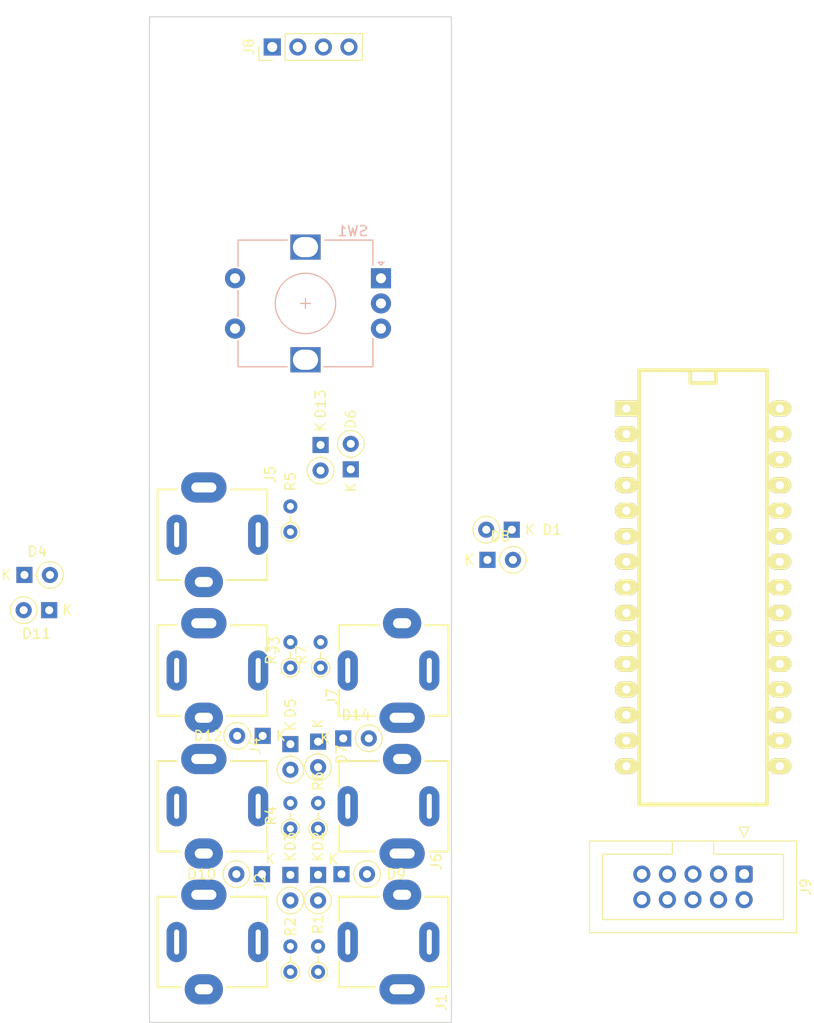
<source format=kicad_pcb>
(kicad_pcb (version 20211014) (generator pcbnew)
  (layers (0 "F.Cu" signal) (31 "B.Cu" signal) (34 "B.Paste" user) (35 "F.Paste" user) (36 "B.SilkS" user "B.Silkscreen") (37 "F.SilkS" user "F.Silkscreen") (38 "B.Mask" user) (39 "F.Mask" user) (44 "Edge.Cuts" user))
  (net 0 "")
  (net 1 "+5V")
  (net 2 "Net-(D1-Pad2)")
  (net 3 "Net-(D2-Pad2)")
  (net 4 "Net-(D10-Pad1)")
  (net 5 "Net-(D11-Pad1)")
  (net 6 "Net-(D12-Pad1)")
  (net 7 "Net-(D13-Pad1)")
  (net 8 "Net-(D14-Pad1)")
  (net 9 "GND")
  (net 10 "Net-(J1-PadT)")
  (net 12 "Net-(J2-PadT)")
  (net 14 "Net-(J3-PadT)")
  (net 16 "Net-(J4-PadT)")
  (net 18 "Net-(J5-PadT)")
  (net 20 "Net-(J6-PadT)")
  (net 22 "Net-(J7-PadT)")
  (net 24 "Net-(J8-Pad3)")
  (net 25 "Net-(J8-Pad4)")
  (net 26 "-12V")
  (net 27 "+12V")
  (net 28 "/P2")
  (net 29 "/P3")
  (net 30 "/P4")
  (net 31 "+3V3")
  (footprint "Diode_THT:D_DO-35_SOD27_P2.54mm_Vertical_KathodeUp" (layer "F.Cu") (at 226.75 120.324314 -90)
    (fp_text reference "D2" (at -3.324314 0 90) (layer "F.SilkS"))
    (fp_text value "BAT41")
    (fp_text user "K" (at -1.8 0 90) (layer "F.SilkS"))
    (fp_line (start 1.213629 0) (end 1.1 0) (layer "F.SilkS") (width 0.12))
    (fp_circle (center 2.54 0) (end 3.866371 0) (layer "F.SilkS") (width 0.12) (fill none))
    (pad "1" thru_hole rect (at 0 0 270) (size 1.6 1.6) (drill 0.8) (layers *.Cu *.Mask) (net 1 "+5V"))
    (pad "2" thru_hole oval (at 2.54 0 270) (size 1.6 1.6) (drill 0.8) (layers *.Cu *.Mask) (net 3 "Net-(D2-Pad2)"))
  )
  (footprint "Diode_THT:D_DO-35_SOD27_P2.54mm_Vertical_KathodeUp" (layer "F.Cu") (at 197.574315 90.5)
    (fp_text reference "D4" (at 1.27 -2.326371) (layer "F.SilkS"))
    (fp_text value "BAT41")
    (fp_text user "K" (at -1.8 0) (layer "F.SilkS"))
    (fp_line (start 1.213629 0) (end 1.1 0) (layer "F.SilkS") (width 0.12))
    (fp_circle (center 2.54 0) (end 3.866371 0) (layer "F.SilkS") (width 0.12) (fill none))
    (pad "1" thru_hole rect (at 0 0) (size 1.6 1.6) (drill 0.8) (layers *.Cu *.Mask) (net 1 "+5V"))
    (pad "2" thru_hole oval (at 2.54 0) (size 1.6 1.6) (drill 0.8) (layers *.Cu *.Mask) (net 5 "Net-(D11-Pad1)"))
  )
  (footprint "Diode_THT:D_DO-35_SOD27_P2.54mm_Vertical_KathodeUp" (layer "F.Cu") (at 230 80 90)
    (fp_text reference "D6" (at 5 0 90) (layer "F.SilkS"))
    (fp_text value "BAT41")
    (fp_text user "K" (at -1.8 0 90) (layer "F.SilkS"))
    (fp_line (start 1.213629 0) (end 1.1 0) (layer "F.SilkS") (width 0.12))
    (fp_circle (center 2.54 0) (end 3.866371 0) (layer "F.SilkS") (width 0.12) (fill none))
    (pad "1" thru_hole rect (at 0 0 90) (size 1.6 1.6) (drill 0.8) (layers *.Cu *.Mask) (net 1 "+5V"))
    (pad "2" thru_hole oval (at 2.54 0 90) (size 1.6 1.6) (drill 0.8) (layers *.Cu *.Mask) (net 7 "Net-(D13-Pad1)"))
  )
  (footprint "LandBoards_BoardOutlines:arduino_mini" (layer "F.Cu") (at 265 93 -90)
    (fp_text reference "U1" hide)
    (fp_text value "arduino_nano" hide)
    (fp_line (start 20.32 -6.35) (end 20.32 6.35) (layer "F.SilkS") (width 0.381))
    (fp_line (start -21.59 -1.27) (end -22.86 -1.27) (layer "F.SilkS") (width 0.381))
    (fp_line (start -22.86 -6.35) (end 20.32 -6.35) (layer "F.SilkS") (width 0.381))
    (fp_line (start -22.86 1.27) (end -21.59 1.27) (layer "F.SilkS") (width 0.381))
    (fp_line (start -21.59 1.27) (end -21.59 -1.27) (layer "F.SilkS") (width 0.381))
    (fp_line (start -22.86 6.35) (end -22.86 -6.35) (layer "F.SilkS") (width 0.381))
    (fp_line (start 20.32 6.35) (end -22.86 6.35) (layer "F.SilkS") (width 0.381))
    (pad "1" thru_hole rect (at -19.05 7.62 270) (size 1.5748 2.286) (drill 0.8128) (layers *.Cu *.Mask "F.SilkS") (net 3 "Net-(D2-Pad2)"))
    (pad "2" thru_hole oval (at -16.51 7.62 270) (size 1.5748 2.286) (drill 0.8128) (layers *.Cu *.Mask "F.SilkS") (net 31 "+3V3"))
    (pad "3" thru_hole oval (at -13.97 7.62 270) (size 1.5748 2.286) (drill 0.8128) (layers *.Cu *.Mask "F.SilkS"))
    (pad "4" thru_hole oval (at -11.43 7.62 270) (size 1.5748 2.286) (drill 0.8128) (layers *.Cu *.Mask "F.SilkS"))
    (pad "5" thru_hole oval (at -8.89 7.62 270) (size 1.5748 2.286) (drill 0.8128) (layers *.Cu *.Mask "F.SilkS"))
    (pad "6" thru_hole oval (at -6.35 7.62 270) (size 1.5748 2.286) (drill 0.8128) (layers *.Cu *.Mask "F.SilkS"))
    (pad "7" thru_hole oval (at -3.81 7.62 270) (size 1.5748 2.286) (drill 0.8128) (layers *.Cu *.Mask "F.SilkS"))
    (pad "8" thru_hole oval (at -1.27 7.62 270) (size 1.5748 2.286) (drill 0.8128) (layers *.Cu *.Mask "F.SilkS") (net 24 "Net-(J8-Pad3)"))
    (pad "9" thru_hole oval (at 1.27 7.62 270) (size 1.5748 2.286) (drill 0.8128) (layers *.Cu *.Mask "F.SilkS") (net 25 "Net-(J8-Pad4)"))
    (pad "10" thru_hole oval (at 3.81 7.62 270) (size 1.5748 2.286) (drill 0.8128) (layers *.Cu *.Mask "F.SilkS"))
    (pad "11" thru_hole oval (at 6.35 7.62 270) (size 1.5748 2.286) (drill 0.8128) (layers *.Cu *.Mask "F.SilkS"))
    (pad "12" thru_hole oval (at 8.89 7.62 270) (size 1.5748 2.286) (drill 0.8128) (layers *.Cu *.Mask "F.SilkS") (net 1 "+5V"))
    (pad "13" thru_hole oval (at 11.43 7.62 270) (size 1.5748 2.286) (drill 0.8128) (layers *.Cu *.Mask "F.SilkS"))
    (pad "14" thru_hole oval (at 13.97 7.62 270) (size 1.5748 2.286) (drill 0.8128) (layers *.Cu *.Mask "F.SilkS") (net 9 "GND"))
    (pad "15" thru_hole oval (at 16.51 7.62 270) (size 1.5748 2.286) (drill 0.8128) (layers *.Cu *.Mask "F.SilkS") (net 27 "+12V"))
    (pad "16" thru_hole oval (at 16.51 -7.62 270) (size 1.5748 2.286) (drill 0.8128) (layers *.Cu *.Mask "F.SilkS"))
    (pad "17" thru_hole oval (at 13.97 -7.62 270) (size 1.5748 2.286) (drill 0.8128) (layers *.Cu *.Mask "F.SilkS"))
    (pad "18" thru_hole oval (at 11.43 -7.62 270) (size 1.5748 2.286) (drill 0.8128) (layers *.Cu *.Mask "F.SilkS"))
    (pad "19" thru_hole oval (at 8.89 -7.62 270) (size 1.5748 2.286) (drill 0.8128) (layers *.Cu *.Mask "F.SilkS") (net 9 "GND"))
    (pad "20" thru_hole oval (at 6.35 -7.62 270) (size 1.5748 2.286) (drill 0.8128) (layers *.Cu *.Mask "F.SilkS") (net 28 "/P2"))
    (pad "21" thru_hole oval (at 3.81 -7.62 270) (size 1.5748 2.286) (drill 0.8128) (layers *.Cu *.Mask "F.SilkS") (net 29 "/P3"))
    (pad "22" thru_hole oval (at 1.27 -7.62 270) (size 1.5748 2.286) (drill 0.8128) (layers *.Cu *.Mask "F.SilkS") (net 30 "/P4"))
    (pad "23" thru_hole oval (at -1.27 -7.62 270) (size 1.5748 2.286) (drill 0.8128) (layers *.Cu *.Mask "F.SilkS") (net 2 "Net-(D1-Pad2)"))
    (pad "24" thru_hole oval (at -3.81 -7.62 270) (size 1.5748 2.286) (drill 0.8128) (layers *.Cu *.Mask "F.SilkS") (net 8 "Net-(D14-Pad1)"))
    (pad "25" thru_hole oval (at -6.35 -7.62 270) (size 1.5748 2.286) (drill 0.8128) (layers *.Cu *.Mask "F.SilkS") (net 7 "Net-(D13-Pad1)"))
    (pad "26" thru_hole oval (at -8.89 -7.62 270) (size 1.5748 2.286) (drill 0.8128) (layers *.Cu *.Mask "F.SilkS") (net 6 "Net-(D12-Pad1)"))
    (pad "27" thru_hole oval (at -11.43 -7.62 270) (size 1.5748 2.286) (drill 0.8128) (layers *.Cu *.Mask "F.SilkS") (net 5 "Net-(D11-Pad1)"))
    (pad "28" thru_hole oval (at -13.97 -7.62 270) (size 1.5748 2.286) (drill 0.8128) (layers *.Cu *.Mask "F.SilkS") (net 4 "Net-(D10-Pad1)"))
    (pad "29" thru_hole oval (at -16.51 -7.62 270) (size 1.5748 2.286) (drill 0.8128) (layers *.Cu *.Mask "F.SilkS"))
    (pad "30" thru_hole oval (at -19.05 -7.62 270) (size 1.5748 2.286) (drill 0.8128) (layers *.Cu *.Mask "F.SilkS"))
  )
  (footprint "AudioJacks:Jack_3.5mm_QingPu_WQP-PJ301BM_Vertical" (layer "F.Cu") (at 234.5 113.5 90)
    (fp_text reference "J6" (at -5.5 4 90) (layer "F.SilkS"))
    (fp_text value "PJ-301BM")
    (fp_line (start -4.5 -5.7) (end -2 -5.7) (layer "F.SilkS") (width 0.2))
    (fp_line (start -4.5 5.2) (end 4.5 5.2) (layer "F.SilkS") (width 0.2))
    (fp_line (start 4.5 -5.7) (end 2 -5.7) (layer "F.SilkS") (width 0.2))
    (fp_line (start 4.5 5.2) (end 4.5 2.9) (layer "F.SilkS") (width 0.2))
    (fp_line (start 4.5 -5.7) (end 4.5 -1.7) (layer "F.SilkS") (width 0.2))
    (fp_line (start -4.5 5.2) (end -4.5 3.3) (layer "F.SilkS") (width 0.2))
    (fp_line (start -4.5 -5.7) (end -4.5 -2.1) (layer "F.SilkS") (width 0.2))
    (pad "S" thru_hole oval locked (at 4.7 0.6 180) (size 3.8 3) (drill oval 1.8 1) (layers *.Cu *.Mask) (net 9 "GND"))
    (pad "S" thru_hole oval locked (at -4.7 0.6 180) (size 4.5 3) (drill oval 2.5 1) (layers *.Cu *.Mask) (net 9 "GND"))
    (pad "T" thru_hole oval locked (at 0 -4.8 90) (size 4 2) (drill oval 2.5 0.5) (layers *.Cu *.Mask) (net 20 "Net-(J6-PadT)"))
    (pad "TN" thru_hole oval locked (at 0 3.3 90) (size 4 2) (drill oval 2.5 0.5) (layers *.Cu *.Mask))
  )
  (footprint "Resistor_THT:R_Axial_DIN0204_L3.6mm_D1.6mm_P2.54mm_Vertical" (layer "F.Cu") (at 224 115.72 90)
    (fp_text reference "R4" (at 1.27 -1.92 90) (layer "F.SilkS"))
    (fp_text value "470")
    (fp_line (start 0.92 0) (end 1.54 0) (layer "F.SilkS") (width 0.12))
    (fp_circle (center 0 0) (end 0.92 0) (layer "F.SilkS") (width 0.12) (fill none))
    (pad "1" thru_hole circle (at 0 0 90) (size 1.4 1.4) (drill 0.7) (layers *.Cu *.Mask) (net 16 "Net-(J4-PadT)"))
    (pad "2" thru_hole oval (at 2.54 0 90) (size 1.4 1.4) (drill 0.7) (layers *.Cu *.Mask) (net 6 "Net-(D12-Pad1)"))
  )
  (footprint "Resistor_THT:R_Axial_DIN0204_L3.6mm_D1.6mm_P2.54mm_Vertical" (layer "F.Cu") (at 226.75 129.97 90)
    (fp_text reference "R1" (at 4.72 0 90) (layer "F.SilkS"))
    (fp_text value "470")
    (fp_line (start 0.92 0) (end 1.54 0) (layer "F.SilkS") (width 0.12))
    (fp_circle (center 0 0) (end 0.92 0) (layer "F.SilkS") (width 0.12) (fill none))
    (pad "1" thru_hole circle (at 0 0 90) (size 1.4 1.4) (drill 0.7) (layers *.Cu *.Mask) (net 10 "Net-(J1-PadT)"))
    (pad "2" thru_hole oval (at 2.54 0 90) (size 1.4 1.4) (drill 0.7) (layers *.Cu *.Mask) (net 3 "Net-(D2-Pad2)"))
  )
  (footprint "Diode_THT:D_DO-35_SOD27_P2.54mm_Vertical_KathodeUp" (layer "F.Cu") (at 229.074315 120.25)
    (fp_text reference "D9" (at 5.425685 0) (layer "F.SilkS"))
    (fp_text value "BAT41")
    (fp_text user "K" (at -0.824314 -1.5) (layer "F.SilkS"))
    (fp_line (start 1.213629 0) (end 1.1 0) (layer "F.SilkS") (width 0.12))
    (fp_circle (center 2.54 0) (end 3.866371 0) (layer "F.SilkS") (width 0.12) (fill none))
    (pad "1" thru_hole rect (at 0 0) (size 1.6 1.6) (drill 0.8) (layers *.Cu *.Mask) (net 3 "Net-(D2-Pad2)"))
    (pad "2" thru_hole oval (at 2.54 0) (size 1.6 1.6) (drill 0.8) (layers *.Cu *.Mask) (net 9 "GND"))
  )
  (footprint "Diode_THT:D_DO-35_SOD27_P2.54mm_Vertical_KathodeUp" (layer "F.Cu") (at 224 120.324315 -90)
    (fp_text reference "D3" (at -3.324315 0 90) (layer "F.SilkS"))
    (fp_text value "BAT41")
    (fp_text user "K" (at -1.8 0 90) (layer "F.SilkS"))
    (fp_line (start 1.213629 0) (end 1.1 0) (layer "F.SilkS") (width 0.12))
    (fp_circle (center 2.54 0) (end 3.866371 0) (layer "F.SilkS") (width 0.12) (fill none))
    (pad "1" thru_hole rect (at 0 0 270) (size 1.6 1.6) (drill 0.8) (layers *.Cu *.Mask) (net 1 "+5V"))
    (pad "2" thru_hole oval (at 2.54 0 270) (size 1.6 1.6) (drill 0.8) (layers *.Cu *.Mask) (net 4 "Net-(D10-Pad1)"))
  )
  (footprint "Diode_THT:D_DO-35_SOD27_P2.54mm_Vertical_KathodeUp" (layer "F.Cu") (at 221.25 106.5 180)
    (fp_text reference "D12" (at 5.425686 0) (layer "F.SilkS"))
    (fp_text value "BAT41")
    (fp_text user "K" (at -1.8 0) (layer "F.SilkS"))
    (fp_line (start 1.213629 0) (end 1.1 0) (layer "F.SilkS") (width 0.12))
    (fp_circle (center 2.54 0) (end 3.866371 0) (layer "F.SilkS") (width 0.12) (fill none))
    (pad "1" thru_hole rect (at 0 0 180) (size 1.6 1.6) (drill 0.8) (layers *.Cu *.Mask) (net 6 "Net-(D12-Pad1)"))
    (pad "2" thru_hole oval (at 2.54 0 180) (size 1.6 1.6) (drill 0.8) (layers *.Cu *.Mask) (net 9 "GND"))
  )
  (footprint "Diode_THT:D_DO-35_SOD27_P2.54mm_Vertical_KathodeUp" (layer "F.Cu") (at 224 107.324315 -90)
    (fp_text reference "D5" (at -3.574315 0 90) (layer "F.SilkS"))
    (fp_text value "BAT41")
    (fp_text user "K" (at -1.8 0 90) (layer "F.SilkS"))
    (fp_line (start 1.213629 0) (end 1.1 0) (layer "F.SilkS") (width 0.12))
    (fp_circle (center 2.54 0) (end 3.866371 0) (layer "F.SilkS") (width 0.12) (fill none))
    (pad "1" thru_hole rect (at 0 0 270) (size 1.6 1.6) (drill 0.8) (layers *.Cu *.Mask) (net 1 "+5V"))
    (pad "2" thru_hole oval (at 2.54 0 270) (size 1.6 1.6) (drill 0.8) (layers *.Cu *.Mask) (net 6 "Net-(D12-Pad1)"))
  )
  (footprint "Resistor_THT:R_Axial_DIN0204_L3.6mm_D1.6mm_P2.54mm_Vertical" (layer "F.Cu") (at 227 99.72 90)
    (fp_text reference "R7" (at 1.27 -1.92 90) (layer "F.SilkS"))
    (fp_text value "470")
    (fp_line (start 0.92 0) (end 1.54 0) (layer "F.SilkS") (width 0.12))
    (fp_circle (center 0 0) (end 0.92 0) (layer "F.SilkS") (width 0.12) (fill none))
    (pad "1" thru_hole circle (at 0 0 90) (size 1.4 1.4) (drill 0.7) (layers *.Cu *.Mask) (net 22 "Net-(J7-PadT)"))
    (pad "2" thru_hole oval (at 2.54 0 90) (size 1.4 1.4) (drill 0.7) (layers *.Cu *.Mask) (net 2 "Net-(D1-Pad2)"))
  )
  (footprint "AudioJacks:Jack_3.5mm_QingPu_WQP-PJ301BM_Vertical" (layer "F.Cu") (at 234.5 127 90)
    (fp_text reference "J1" (at -6 4.5 90) (layer "F.SilkS"))
    (fp_text value "PJ-301BM")
    (fp_line (start 4.5 5.2) (end 4.5 2.9) (layer "F.SilkS") (width 0.2))
    (fp_line (start -4.5 -5.7) (end -2 -5.7) (layer "F.SilkS") (width 0.2))
    (fp_line (start -4.5 5.2) (end 4.5 5.2) (layer "F.SilkS") (width 0.2))
    (fp_line (start 4.5 -5.7) (end 4.5 -1.7) (layer "F.SilkS") (width 0.2))
    (fp_line (start 4.5 -5.7) (end 2 -5.7) (layer "F.SilkS") (width 0.2))
    (fp_line (start -4.5 -5.7) (end -4.5 -2.1) (layer "F.SilkS") (width 0.2))
    (fp_line (start -4.5 5.2) (end -4.5 3.3) (layer "F.SilkS") (width 0.2))
    (pad "S" thru_hole oval locked (at 4.7 0.6 180) (size 3.8 3) (drill oval 1.8 1) (layers *.Cu *.Mask) (net 9 "GND"))
    (pad "S" thru_hole oval locked (at -4.7 0.6 180) (size 4.5 3) (drill oval 2.5 1) (layers *.Cu *.Mask) (net 9 "GND"))
    (pad "T" thru_hole oval locked (at 0 -4.8 90) (size 4 2) (drill oval 2.5 0.5) (layers *.Cu *.Mask) (net 10 "Net-(J1-PadT)"))
    (pad "TN" thru_hole oval locked (at 0 3.3 90) (size 4 2) (drill oval 2.5 0.5) (layers *.Cu *.Mask))
  )
  (footprint "AudioJacks:Jack_3.5mm_QingPu_WQP-PJ301BM_Vertical" (layer "F.Cu") (at 216 86.5 -90)
    (fp_text reference "J5" (at -6 -6 90) (layer "F.SilkS"))
    (fp_text value "PJ-301BM")
    (fp_line (start 4.5 5.2) (end 4.5 2.9) (layer "F.SilkS") (width 0.2))
    (fp_line (start 4.5 -5.7) (end 4.5 -1.7) (layer "F.SilkS") (width 0.2))
    (fp_line (start 4.5 -5.7) (end 2 -5.7) (layer "F.SilkS") (width 0.2))
    (fp_line (start -4.5 -5.7) (end -2 -5.7) (layer "F.SilkS") (width 0.2))
    (fp_line (start -4.5 5.2) (end -4.5 3.3) (layer "F.SilkS") (width 0.2))
    (fp_line (start -4.5 -5.7) (end -4.5 -2.1) (layer "F.SilkS") (width 0.2))
    (fp_line (start -4.5 5.2) (end 4.5 5.2) (layer "F.SilkS") (width 0.2))
    (pad "S" thru_hole oval locked (at 4.7 0.6) (size 3.8 3) (drill oval 1.8 1) (layers *.Cu *.Mask) (net 9 "GND"))
    (pad "S" thru_hole oval locked (at -4.7 0.6) (size 4.5 3) (drill oval 2.5 1) (layers *.Cu *.Mask) (net 9 "GND"))
    (pad "T" thru_hole oval locked (at 0 -4.8 270) (size 4 2) (drill oval 2.5 0.5) (layers *.Cu *.Mask) (net 18 "Net-(J5-PadT)"))
    (pad "TN" thru_hole oval locked (at 0 3.3 270) (size 4 2) (drill oval 2.5 0.5) (layers *.Cu *.Mask))
  )
  (footprint "AudioJacks:Jack_3.5mm_QingPu_WQP-PJ301BM_Vertical" (layer "F.Cu") (at 216 100 -90)
    (fp_text reference "J3" (at -2.6 -6.4 90) (layer "F.SilkS"))
    (fp_text value "PJ-301BM")
    (fp_line (start -4.5 -5.7) (end -4.5 -2.1) (layer "F.SilkS") (width 0.2))
    (fp_line (start 4.5 5.2) (end 4.5 2.9) (layer "F.SilkS") (width 0.2))
    (fp_line (start -4.5 5.2) (end -4.5 3.3) (layer "F.SilkS") (width 0.2))
    (fp_line (start 4.5 -5.7) (end 2 -5.7) (layer "F.SilkS") (width 0.2))
    (fp_line (start -4.5 5.2) (end 4.5 5.2) (layer "F.SilkS") (width 0.2))
    (fp_line (start -4.5 -5.7) (end -2 -5.7) (layer "F.SilkS") (width 0.2))
    (fp_line (start 4.5 -5.7) (end 4.5 -1.7) (layer "F.SilkS") (width 0.2))
    (pad "S" thru_hole oval locked (at 4.7 0.6) (size 3.8 3) (drill oval 1.8 1) (layers *.Cu *.Mask) (net 9 "GND"))
    (pad "S" thru_hole oval locked (at -4.7 0.6) (size 4.5 3) (drill oval 2.5 1) (layers *.Cu *.Mask) (net 9 "GND"))
    (pad "T" thru_hole oval locked (at 0 -4.8 270) (size 4 2) (drill oval 2.5 0.5) (layers *.Cu *.Mask) (net 14 "Net-(J3-PadT)"))
    (pad "TN" thru_hole oval locked (at 0 3.3 270) (size 4 2) (drill oval 2.5 0.5) (layers *.Cu *.Mask))
  )
  (footprint "Connector_PinHeader_2.54mm:PinHeader_1x04_P2.54mm_Vertical" (layer "F.Cu") (at 222.2 38 90)
    (fp_text reference "J8" (at 0 -2.33 90) (layer "F.SilkS"))
    (fp_text value "Conn_01x04")
    (fp_line (start -1.33 1.27) (end 1.33 1.27) (layer "F.SilkS") (width 0.12))
    (fp_line (start -1.33 8.95) (end 1.33 8.95) (layer "F.SilkS") (width 0.12))
    (fp_line (start -1.33 1.27) (end -1.33 8.95) (layer "F.SilkS") (width 0.12))
    (fp_line (start 1.33 1.27) (end 1.33 8.95) (layer "F.SilkS") (width 0.12))
    (fp_line (start -1.33 0) (end -1.33 -1.33) (layer "F.SilkS") (width 0.12))
    (fp_line (start -1.33 -1.33) (end 0 -1.33) (layer "F.SilkS") (width 0.12))
    (pad "1" thru_hole rect (at 0 0 90) (size 1.7 1.7) (drill 1) (layers *.Cu *.Mask) (net 9 "GND"))
    (pad "2" thru_hole oval (at 0 2.54 90) (size 1.7 1.7) (drill 1) (layers *.Cu *.Mask) (net 1 "+5V"))
    (pad "3" thru_hole oval (at 0 5.08 90) (size 1.7 1.7) (drill 1) (layers *.Cu *.Mask) (net 24 "Net-(J8-Pad3)"))
    (pad "4" thru_hole oval (at 0 7.62 90) (size 1.7 1.7) (drill 1) (layers *.Cu *.Mask) (net 25 "Net-(J8-Pad4)"))
  )
  (footprint "Diode_THT:D_DO-35_SOD27_P2.54mm_Vertical_KathodeUp" (layer "F.Cu") (at 229.25 106.75)
    (fp_text reference "D14" (at 1.27 -2.326371) (layer "F.SilkS"))
    (fp_text value "BAT41")
    (fp_text user "K" (at -1.8 0) (layer "F.SilkS"))
    (fp_line (start 1.213629 0) (end 1.1 0) (layer "F.SilkS") (width 0.12))
    (fp_circle (center 2.54 0) (end 3.866371 0) (layer "F.SilkS") (width 0.12) (fill none))
    (pad "1" thru_hole rect (at 0 0) (size 1.6 1.6) (drill 0.8) (layers *.Cu *.Mask) (net 8 "Net-(D14-Pad1)"))
    (pad "2" thru_hole oval (at 2.54 0) (size 1.6 1.6) (drill 0.8) (layers *.Cu *.Mask) (net 9 "GND"))
  )
  (footprint "AudioJacks:Jack_3.5mm_QingPu_WQP-PJ301BM_Vertical" (layer "F.Cu") (at 234.5 100 90)
    (fp_text reference "J7" (at -2.6 -6.4 90) (layer "F.SilkS"))
    (fp_text value "PJ-301BM")
    (fp_line (start 4.5 -5.7) (end 4.5 -1.7) (layer "F.SilkS") (width 0.2))
    (fp_line (start -4.5 5.2) (end 4.5 5.2) (layer "F.SilkS") (width 0.2))
    (fp_line (start -4.5 -5.7) (end -2 -5.7) (layer "F.SilkS") (width 0.2))
    (fp_line (start 4.5 -5.7) (end 2 -5.7) (layer "F.SilkS") (width 0.2))
    (fp_line (start -4.5 5.2) (end -4.5 3.3) (layer "F.SilkS") (width 0.2))
    (fp_line (start -4.5 -5.7) (end -4.5 -2.1) (layer "F.SilkS") (width 0.2))
    (fp_line (start 4.5 5.2) (end 4.5 2.9) (layer "F.SilkS") (width 0.2))
    (pad "S" thru_hole oval locked (at -4.7 0.6 180) (size 4.5 3) (drill oval 2.5 1) (layers *.Cu *.Mask) (net 9 "GND"))
    (pad "S" thru_hole oval locked (at 4.7 0.6 180) (size 3.8 3) (drill oval 1.8 1) (layers *.Cu *.Mask) (net 9 "GND"))
    (pad "T" thru_hole oval locked (at 0 -4.8 90) (size 4 2) (drill oval 2.5 0.5) (layers *.Cu *.Mask) (net 22 "Net-(J7-PadT)"))
    (pad "TN" thru_hole oval locked (at 0 3.3 90) (size 4 2) (drill oval 2.5 0.5) (layers *.Cu *.Mask))
  )
  (footprint "Resistor_THT:R_Axial_DIN0204_L3.6mm_D1.6mm_P2.54mm_Vertical" (layer "F.Cu") (at 224 129.97 90)
    (fp_text reference "R2" (at 4.47 0 90) (layer "F.SilkS"))
    (fp_text value "470")
    (fp_line (start 0.92 0) (end 1.54 0) (layer "F.SilkS") (width 0.12))
    (fp_circle (center 0 0) (end 0.92 0) (layer "F.SilkS") (width 0.12) (fill none))
    (pad "1" thru_hole circle (at 0 0 90) (size 1.4 1.4) (drill 0.7) (layers *.Cu *.Mask) (net 12 "Net-(J2-PadT)"))
    (pad "2" thru_hole oval (at 2.54 0 90) (size 1.4 1.4) (drill 0.7) (layers *.Cu *.Mask) (net 4 "Net-(D10-Pad1)"))
  )
  (footprint "Resistor_THT:R_Axial_DIN0204_L3.6mm_D1.6mm_P2.54mm_Vertical" (layer "F.Cu") (at 224 99.72 90)
    (fp_text reference "R3" (at 1.27 -1.92 90) (layer "F.SilkS"))
    (fp_text value "470")
    (fp_line (start 0.92 0) (end 1.54 0) (layer "F.SilkS") (width 0.12))
    (fp_circle (center 0 0) (end 0.92 0) (layer "F.SilkS") (width 0.12) (fill none))
    (pad "1" thru_hole circle (at 0 0 90) (size 1.4 1.4) (drill 0.7) (layers *.Cu *.Mask) (net 14 "Net-(J3-PadT)"))
    (pad "2" thru_hole oval (at 2.54 0 90) (size 1.4 1.4) (drill 0.7) (layers *.Cu *.Mask) (net 5 "Net-(D11-Pad1)"))
  )
  (footprint "Diode_THT:D_DO-35_SOD27_P2.54mm_Vertical_KathodeUp" (layer "F.Cu") (at 243.574315 89)
    (fp_text reference "D8" (at 1.27 -2.326371) (layer "F.SilkS"))
    (fp_text value "BAT41")
    (fp_text user "K" (at -1.8 0) (layer "F.SilkS"))
    (fp_line (start 1.213629 0) (end 1.1 0) (layer "F.SilkS") (width 0.12))
    (fp_circle (center 2.54 0) (end 3.866371 0) (layer "F.SilkS") (width 0.12) (fill none))
    (pad "1" thru_hole rect (at 0 0) (size 1.6 1.6) (drill 0.8) (layers *.Cu *.Mask) (net 2 "Net-(D1-Pad2)"))
    (pad "2" thru_hole oval (at 2.54 0) (size 1.6 1.6) (drill 0.8) (layers *.Cu *.Mask) (net 9 "GND"))
  )
  (footprint "Diode_THT:D_DO-35_SOD27_P2.54mm_Vertical_KathodeUp" (layer "F.Cu") (at 226.75 107.074315 -90)
    (fp_text reference "D7" (at 1.27 -2.326371 90) (layer "F.SilkS"))
    (fp_text value "BAT41")
    (fp_text user "K" (at -1.8 0 90) (layer "F.SilkS"))
    (fp_line (start 1.213629 0) (end 1.1 0) (layer "F.SilkS") (width 0.12))
    (fp_circle (center 2.54 0) (end 3.866371 0) (layer "F.SilkS") (width 0.12) (fill none))
    (pad "1" thru_hole rect (at 0 0 270) (size 1.6 1.6) (drill 0.8) (layers *.Cu *.Mask) (net 1 "+5V"))
    (pad "2" thru_hole oval (at 2.54 0 270) (size 1.6 1.6) (drill 0.8) (layers *.Cu *.Mask) (net 8 "Net-(D14-Pad1)"))
  )
  (footprint "Resistor_THT:R_Axial_DIN0204_L3.6mm_D1.6mm_P2.54mm_Vertical" (layer "F.Cu") (at 224 86.22 90)
    (fp_text reference "R5" (at 5 0 90) (layer "F.SilkS"))
    (fp_text value "470")
    (fp_line (start 0.92 0) (end 1.54 0) (layer "F.SilkS") (width 0.12))
    (fp_circle (center 0 0) (end 0.92 0) (layer "F.SilkS") (width 0.12) (fill none))
    (pad "1" thru_hole circle (at 0 0 90) (size 1.4 1.4) (drill 0.7) (layers *.Cu *.Mask) (net 18 "Net-(J5-PadT)"))
    (pad "2" thru_hole oval (at 2.54 0 90) (size 1.4 1.4) (drill 0.7) (layers *.Cu *.Mask) (net 7 "Net-(D13-Pad1)"))
  )
  (footprint "Connector_IDC:IDC-Header_2x05_P2.54mm_Vertical" (layer "F.Cu") (at 269.08 120.2475 -90)
    (fp_text reference "J9" (at 1.27 -6.1 90) (layer "F.SilkS"))
    (fp_text value "Conn_02x05")
    (fp_line (start 5.83 15.37) (end -3.29 15.37) (layer "F.SilkS") (width 0.12))
    (fp_line (start -3.29 3.03) (end -1.98 3.03) (layer "F.SilkS") (width 0.12))
    (fp_line (start 5.83 -5.21) (end 5.83 15.37) (layer "F.SilkS") (width 0.12))
    (fp_line (start -1.98 7.13) (end -3.29 7.13) (layer "F.SilkS") (width 0.12))
    (fp_line (start 4.52 14.07) (end -1.98 14.07) (layer "F.SilkS") (width 0.12))
    (fp_line (start -3.29 15.37) (end -3.29 -5.21) (layer "F.SilkS") (width 0.12))
    (fp_line (start -3.68 0) (end -4.68 -0.5) (layer "F.SilkS") (width 0.12))
    (fp_line (start -1.98 14.07) (end -1.98 7.13) (layer "F.SilkS") (width 0.12))
    (fp_line (start -1.98 -3.91) (end 4.52 -3.91) (layer "F.SilkS") (width 0.12))
    (fp_line (start -4.68 0.5) (end -3.68 0) (layer "F.SilkS") (width 0.12))
    (fp_line (start -4.68 -0.5) (end -4.68 0.5) (layer "F.SilkS") (width 0.12))
    (fp_line (start -1.98 3.03) (end -1.98 -3.91) (layer "F.SilkS") (width 0.12))
    (fp_line (start 4.52 -3.91) (end 4.52 14.07) (layer "F.SilkS") (width 0.12))
    (fp_line (start -1.98 7.13) (end -1.98 7.13) (layer "F.SilkS") (width 0.12))
    (fp_line (start -3.29 -5.21) (end 5.83 -5.21) (layer "F.SilkS") (width 0.12))
    (pad "1" thru_hole roundrect (at 0 0 270) (size 1.7 1.7) (drill 1) (layers *.Cu *.Mask) (roundrect_rratio 0.147059) (net 26 "-12V"))
    (pad "2" thru_hole circle (at 2.54 0 270) (size 1.7 1.7) (drill 1) (layers *.Cu *.Mask) (net 26 "-12V"))
    (pad "3" thru_hole circle (at 0 2.54 270) (size 1.7 1.7) (drill 1) (layers *.Cu *.Mask) (net 9 "GND"))
    (pad "4" thru_hole circle (at 2.54 2.54 270) (size 1.7 1.7) (drill 1) (layers *.Cu *.Mask) (net 9 "GND"))
    (pad "5" thru_hole circle (at 0 5.08 270) (size 1.7 1.7) (drill 1) (layers *.Cu *.Mask) (net 9 "GND"))
    (pad "6" thru_hole circle (at 2.54 5.08 270) (size 1.7 1.7) (drill 1) (layers *.Cu *.Mask) (net 9 "GND"))
    (pad "7" thru_hole circle (at 0 7.62 270) (size 1.7 1.7) (drill 1) (layers *.Cu *.Mask) (net 9 "GND"))
    (pad "8" thru_hole circle (at 2.54 7.62 270) (size 1.7 1.7) (drill 1) (layers *.Cu *.Mask) (net 9 "GND"))
    (pad "9" thru_hole circle (at 0 10.16 270) (size 1.7 1.7) (drill 1) (layers *.Cu *.Mask) (net 27 "+12V"))
    (pad "10" thru_hole circle (at 2.54 10.16 270) (size 1.7 1.7) (drill 1) (layers *.Cu *.Mask) (net 27 "+12V"))
  )
  (footprint "Diode_THT:D_DO-35_SOD27_P2.54mm_Vertical_KathodeUp" (layer "F.Cu") (at 227 77.574315 -90)
    (fp_text reference "D13" (at -4.074315 0 90) (layer "F.SilkS"))
    (fp_text value "BAT41")
    (fp_text user "K" (at -1.8 0 90) (layer "F.SilkS"))
    (fp_line (start 1.213629 0) (end 1.1 0) (layer "F.SilkS") (width 0.12))
    (fp_circle (center 2.54 0) (end 3.866371 0) (layer "F.SilkS") (width 0.12) (fill none))
    (pad "1" thru_hole rect (at 0 0 270) (size 1.6 1.6) (drill 0.8) (layers *.Cu *.Mask) (net 7 "Net-(D13-Pad1)"))
    (pad "2" thru_hole oval (at 2.54 0 270) (size 1.6 1.6) (drill 0.8) (layers *.Cu *.Mask) (net 9 "GND"))
  )
  (footprint "AudioJacks:Jack_3.5mm_QingPu_WQP-PJ301BM_Vertical" (layer "F.Cu") (at 216 113.5 -90)
    (fp_text reference "J4" (at -6 -4.5 90) (layer "F.SilkS"))
    (fp_text value "PJ-301BM")
    (fp_line (start -4.5 5.2) (end -4.5 3.3) (layer "F.SilkS") (width 0.2))
    (fp_line (start 4.5 -5.7) (end 4.5 -1.7) (layer "F.SilkS") (width 0.2))
    (fp_line (start -4.5 -5.7) (end -2 -5.7) (layer "F.SilkS") (width 0.2))
    (fp_line (start 4.5 -5.7) (end 2 -5.7) (layer "F.SilkS") (width 0.2))
    (fp_line (start 4.5 5.2) (end 4.5 2.9) (layer "F.SilkS") (width 0.2))
    (fp_line (start -4.5 5.2) (end 4.5 5.2) (layer "F.SilkS") (width 0.2))
    (fp_line (start -4.5 -5.7) (end -4.5 -2.1) (layer "F.SilkS") (width 0.2))
    (pad "S" thru_hole oval locked (at -4.7 0.6) (size 4.5 3) (drill oval 2.5 1) (layers *.Cu *.Mask) (net 9 "GND"))
    (pad "S" thru_hole oval locked (at 4.7 0.6) (size 3.8 3) (drill oval 1.8 1) (layers *.Cu *.Mask) (net 9 "GND"))
    (pad "T" thru_hole oval locked (at 0 -4.8 270) (size 4 2) (drill oval 2.5 0.5) (layers *.Cu *.Mask) (net 16 "Net-(J4-PadT)"))
    (pad "TN" thru_hole oval locked (at 0 3.3 270) (size 4 2) (drill oval 2.5 0.5) (layers *.Cu *.Mask))
  )
  (footprint "AudioJacks:Jack_3.5mm_QingPu_WQP-PJ301BM_Vertical" (layer "F.Cu") (at 216 127 -90)
    (fp_text reference "J2" (at -6 -5 90) (layer "F.SilkS"))
    (fp_text value "PJ-301BM")
    (fp_line (start -4.5 5.2) (end -4.5 3.3) (layer "F.SilkS") (width 0.2))
    (fp_line (start 4.5 -5.7) (end 2 -5.7) (layer "F.SilkS") (width 0.2))
    (fp_line (start -4.5 -5.7) (end -4.5 -2.1) (layer "F.SilkS") (width 0.2))
    (fp_line (start 4.5 -5.7) (end 4.5 -1.7) (layer "F.SilkS") (width 0.2))
    (fp_line (start 4.5 5.2) (end 4.5 2.9) (layer "F.SilkS") (width 0.2))
    (fp_line (start -4.5 5.2) (end 4.5 5.2) (layer "F.SilkS") (width 0.2))
    (fp_line (start -4.5 -5.7) (end -2 -5.7) (layer "F.SilkS") (width 0.2))
    (pad "S" thru_hole oval locked (at -4.7 0.6) (size 4.5 3) (drill oval 2.5 1) (layers *.Cu *.Mask) (net 9 "GND"))
    (pad "S" thru_hole oval locked (at 4.7 0.6) (size 3.8 3) (drill oval 1.8 1) (layers *.Cu *.Mask) (net 9 "GND"))
    (pad "T" thru_hole oval locked (at 0 -4.8 270) (size 4 2) (drill oval 2.5 0.5) (layers *.Cu *.Mask) (net 12 "Net-(J2-PadT)"))
    (pad "TN" thru_hole oval locked (at 0 3.3 270) (size 4 2) (drill oval 2.5 0.5) (layers *.Cu *.Mask))
  )
  (footprint "Diode_THT:D_DO-35_SOD27_P2.54mm_Vertical_KathodeUp" (layer "F.Cu") (at 246 86 180)
    (fp_text reference "D1" (at -4 0) (layer "F.SilkS"))
    (fp_text value "BAT41")
    (fp_text user "K" (at -1.8 0) (layer "F.SilkS"))
    (fp_line (start 1.213629 0) (end 1.1 0) (layer "F.SilkS") (width 0.12))
    (fp_circle (center 2.54 0) (end 3.866371 0) (layer "F.SilkS") (width 0.12) (fill none))
    (pad "1" thru_hole rect (at 0 0 180) (size 1.6 1.6) (drill 0.8) (layers *.Cu *.Mask) (net 1 "+5V"))
    (pad "2" thru_hole oval (at 2.54 0 180) (size 1.6 1.6) (drill 0.8) (layers *.Cu *.Mask) (net 2 "Net-(D1-Pad2)"))
  )
  (footprint "Resistor_THT:R_Axial_DIN0204_L3.6mm_D1.6mm_P2.54mm_Vertical" (layer "F.Cu") (at 226.75 115.72 90)
    (fp_text reference "R6" (at 4.72 0 90) (layer "F.SilkS"))
    (fp_text value "470")
    (fp_line (start 0.92 0) (end 1.54 0) (layer "F.SilkS") (width 0.12))
    (fp_circle (center 0 0) (end 0.92 0) (layer "F.SilkS") (width 0.12) (fill none))
    (pad "1" thru_hole circle (at 0 0 90) (size 1.4 1.4) (drill 0.7) (layers *.Cu *.Mask) (net 20 "Net-(J6-PadT)"))
    (pad "2" thru_hole oval (at 2.54 0 90) (size 1.4 1.4) (drill 0.7) (layers *.Cu *.Mask) (net 8 "Net-(D14-Pad1)"))
  )
  (footprint "Diode_THT:D_DO-35_SOD27_P2.54mm_Vertical_KathodeUp" (layer "F.Cu") (at 221.175686 120.25 180)
    (fp_text reference "D10" (at 6 0) (layer "F.SilkS"))
    (fp_text value "BAT41")
    (fp_text user "K" (at -0.824314 1.5) (layer "F.SilkS"))
    (fp_line (start 1.213629 0) (end 1.1 0) (layer "F.SilkS") (width 0.12))
    (fp_circle (center 2.54 0) (end 3.866371 0) (layer "F.SilkS") (width 0.12) (fill none))
    (pad "1" thru_hole rect (at 0 0 180) (size 1.6 1.6) (drill 0.8) (layers *.Cu *.Mask) (net 4 "Net-(D10-Pad1)"))
    (pad "2" thru_hole oval (at 2.54 0 180) (size 1.6 1.6) (drill 0.8) (layers *.Cu *.Mask) (net 9 "GND"))
  )
  (footprint "Diode_THT:D_DO-35_SOD27_P2.54mm_Vertical_KathodeUp" (layer "F.Cu") (at 200.04 94 180)
    (fp_text reference "D11" (at 1.27 -2.326371) (layer "F.SilkS"))
    (fp_text value "BAT41")
    (fp_text user "K" (at -1.8 0) (layer "F.SilkS"))
    (fp_line (start 1.213629 0) (end 1.1 0) (layer "F.SilkS") (width 0.12))
    (fp_circle (center 2.54 0) (end 3.866371 0) (layer "F.SilkS") (width 0.12) (fill none))
    (pad "1" thru_hole rect (at 0 0 180) (size 1.6 1.6) (drill 0.8) (layers *.Cu *.Mask) (net 5 "Net-(D11-Pad1)"))
    (pad "2" thru_hole oval (at 2.54 0 180) (size 1.6 1.6) (drill 0.8) (layers *.Cu *.Mask) (net 9 "GND"))
  )
  (footprint "Rotary_Encoder:RotaryEncoder_Alps_EC12E-Switch_Vertical_H20mm" (layer "B.Cu") (at 233 61 180)
    (fp_text reference "SW1" (at 2.8 4.7) (layer "B.SilkS") (effects (justify mirror)))
    (fp_text value "Rotary_Encoder_Switch")
    (fp_line (start 0 1.3) (end -0.3 1.6) (layer "B.SilkS") (width 0.12))
    (fp_line (start 0.8 3.8) (end 0.8 1.3) (layer "B.SilkS") (width 0.12))
    (fp_line (start 9.3 3.8) (end 14.2 3.8) (layer "B.SilkS") (width 0.12))
    (fp_line (start 0.3 1.6) (end 0 1.3) (layer "B.SilkS") (width 0.12))
    (fp_line (start 14.2 -6.2) (end 14.2 -8.8) (layer "B.SilkS") (width 0.12))
    (fp_line (start 0.8 -8.8) (end 0.8 -6) (layer "B.SilkS") (width 0.12))
    (fp_line (start 7 -2.5) (end 8 -2.5) (layer "B.SilkS") (width 0.12))
    (fp_line (start 5.7 -8.8) (end 0.8 -8.8) (layer "B.SilkS") (width 0.12))
    (fp_line (start 14.2 3.8) (end 14.2 1.2) (layer "B.SilkS") (width 0.12))
    (fp_line (start 14.2 -8.8) (end 9.3 -8.8) (layer "B.SilkS") (width 0.12))
    (fp_line (start -0.3 1.6) (end 0.3 1.6) (layer "B.SilkS") (width 0.12))
    (fp_line (start 7.5 -2) (end 7.5 -3) (layer "B.SilkS") (width 0.12))
    (fp_line (start 14.2 -1.2) (end 14.2 -3.8) (layer "B.SilkS") (width 0.12))
    (fp_line (start 5.6 3.8) (end 0.8 3.8) (layer "B.SilkS") (width 0.12))
    (fp_circle (center 7.5 -2.5) (end 10.5 -2.5) (layer "B.SilkS") (width 0.12) (fill none))
    (pad "A" thru_hole rect (at 0 0 180) (size 2 2) (drill 1) (layers *.Cu *.Mask) (net 28 "/P2"))
    (pad "B" thru_hole circle (at 0 -5 180) (size 2 2) (drill 1) (layers *.Cu *.Mask) (net 29 "/P3"))
    (pad "C" thru_hole circle (at 0 -2.5 180) (size 2 2) (drill 1) (layers *.Cu *.Mask) (net 9 "GND"))
    (pad "MP" thru_hole rect (at 7.5 -8.1 180) (size 3 2.5) (drill oval 2.5 2) (layers *.Cu *.Mask))
    (pad "MP" thru_hole rect (at 7.5 3.1 180) (size 3 2.5) (drill oval 2.5 2) (layers *.Cu *.Mask))
    (pad "S1" thru_hole circle (at 14.5 0 180) (size 2 2) (drill 1) (layers *.Cu *.Mask) (net 30 "/P4"))
    (pad "S2" thru_hole circle (at 14.5 -5 180) (size 2 2) (drill 1) (layers *.Cu *.Mask) (net 9 "GND"))
  )
  (gr_rect (start 210 35) (end 240 135) (layer "Edge.Cuts") (width 0.1) (fill none))
)
</source>
